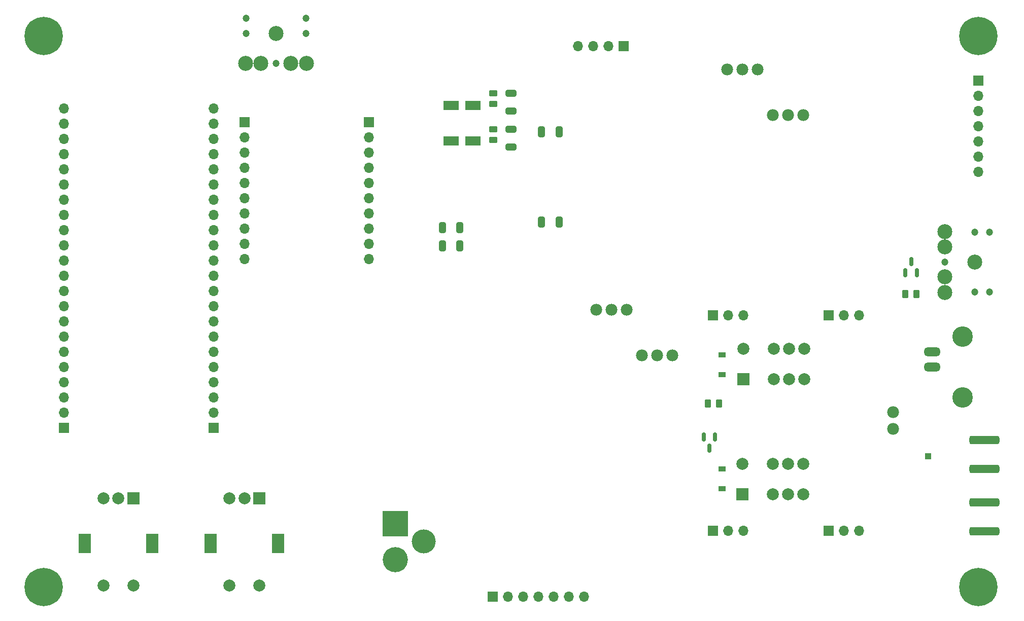
<source format=gbs>
G04 #@! TF.GenerationSoftware,KiCad,Pcbnew,6.0.11-2627ca5db0~126~ubuntu20.04.1*
G04 #@! TF.CreationDate,2023-06-25T12:50:40-04:00*
G04 #@! TF.ProjectId,SDR-Transceiver,5344522d-5472-4616-9e73-636569766572,rev?*
G04 #@! TF.SameCoordinates,Original*
G04 #@! TF.FileFunction,Soldermask,Bot*
G04 #@! TF.FilePolarity,Negative*
%FSLAX46Y46*%
G04 Gerber Fmt 4.6, Leading zero omitted, Abs format (unit mm)*
G04 Created by KiCad (PCBNEW 6.0.11-2627ca5db0~126~ubuntu20.04.1) date 2023-06-25 12:50:40*
%MOMM*%
%LPD*%
G01*
G04 APERTURE LIST*
G04 Aperture macros list*
%AMRoundRect*
0 Rectangle with rounded corners*
0 $1 Rounding radius*
0 $2 $3 $4 $5 $6 $7 $8 $9 X,Y pos of 4 corners*
0 Add a 4 corners polygon primitive as box body*
4,1,4,$2,$3,$4,$5,$6,$7,$8,$9,$2,$3,0*
0 Add four circle primitives for the rounded corners*
1,1,$1+$1,$2,$3*
1,1,$1+$1,$4,$5*
1,1,$1+$1,$6,$7*
1,1,$1+$1,$8,$9*
0 Add four rect primitives between the rounded corners*
20,1,$1+$1,$2,$3,$4,$5,0*
20,1,$1+$1,$4,$5,$6,$7,0*
20,1,$1+$1,$6,$7,$8,$9,0*
20,1,$1+$1,$8,$9,$2,$3,0*%
G04 Aperture macros list end*
%ADD10C,1.219200*%
%ADD11C,0.800000*%
%ADD12C,6.400000*%
%ADD13RoundRect,0.350000X-2.150000X-0.350000X2.150000X-0.350000X2.150000X0.350000X-2.150000X0.350000X0*%
%ADD14C,1.200000*%
%ADD15C,2.503200*%
%ADD16R,1.700000X1.700000*%
%ADD17O,1.700000X1.700000*%
%ADD18R,2.000000X2.000000*%
%ADD19C,2.000000*%
%ADD20C,1.981200*%
%ADD21R,4.200000X4.200000*%
%ADD22C,4.200000*%
%ADD23C,4.000000*%
%ADD24R,1.000000X1.000000*%
%ADD25R,2.000000X3.200000*%
%ADD26C,3.419200*%
%ADD27O,2.819200X1.511200*%
%ADD28RoundRect,0.250000X-0.325000X-0.650000X0.325000X-0.650000X0.325000X0.650000X-0.325000X0.650000X0*%
%ADD29RoundRect,0.150000X-0.150000X0.587500X-0.150000X-0.587500X0.150000X-0.587500X0.150000X0.587500X0*%
%ADD30RoundRect,0.250000X0.262500X0.450000X-0.262500X0.450000X-0.262500X-0.450000X0.262500X-0.450000X0*%
%ADD31RoundRect,0.150000X0.150000X-0.587500X0.150000X0.587500X-0.150000X0.587500X-0.150000X-0.587500X0*%
%ADD32RoundRect,0.250000X-1.050000X-0.550000X1.050000X-0.550000X1.050000X0.550000X-1.050000X0.550000X0*%
%ADD33R,1.200000X0.900000*%
%ADD34RoundRect,0.250000X-0.450000X0.262500X-0.450000X-0.262500X0.450000X-0.262500X0.450000X0.262500X0*%
%ADD35RoundRect,0.250000X-0.650000X0.325000X-0.650000X-0.325000X0.650000X-0.325000X0.650000X0.325000X0*%
%ADD36RoundRect,0.250000X-0.262500X-0.450000X0.262500X-0.450000X0.262500X0.450000X-0.262500X0.450000X0*%
G04 APERTURE END LIST*
D10*
X208963000Y-88210400D02*
G75*
G03*
X208963000Y-88210400I-609600J0D01*
G01*
X208963000Y-83210400D02*
G75*
G03*
X208963000Y-83210400I-609600J0D01*
G01*
X208963000Y-80610400D02*
G75*
G03*
X208963000Y-80610400I-609600J0D01*
G01*
X213963000Y-85710400D02*
G75*
G03*
X213963000Y-85710400I-609600J0D01*
G01*
X208963000Y-90810400D02*
G75*
G03*
X208963000Y-90810400I-609600J0D01*
G01*
X94894200Y-52500000D02*
G75*
G03*
X94894200Y-52500000I-609600J0D01*
G01*
X102494200Y-52500000D02*
G75*
G03*
X102494200Y-52500000I-609600J0D01*
G01*
X97394200Y-47500000D02*
G75*
G03*
X97394200Y-47500000I-609600J0D01*
G01*
X92294200Y-52500000D02*
G75*
G03*
X92294200Y-52500000I-609600J0D01*
G01*
X99894200Y-52500000D02*
G75*
G03*
X99894200Y-52500000I-609600J0D01*
G01*
D11*
X212302944Y-46302944D03*
X214000000Y-45600000D03*
X216400000Y-48000000D03*
X214000000Y-50400000D03*
D12*
X214000000Y-48000000D03*
D11*
X212302944Y-49697056D03*
X215697056Y-49697056D03*
X211600000Y-48000000D03*
X215697056Y-46302944D03*
D13*
X215016080Y-130662680D03*
X215023700Y-125834140D03*
D14*
X208353400Y-85710400D03*
X215853400Y-90710400D03*
X213353400Y-90710400D03*
X213353400Y-80710400D03*
X215853400Y-80710400D03*
D15*
X208353400Y-90810400D03*
X208353400Y-88210400D03*
X213353400Y-85710400D03*
X208353400Y-80610400D03*
X208353400Y-83210400D03*
D16*
X154813000Y-49657000D03*
D17*
X152273000Y-49657000D03*
X149733000Y-49657000D03*
X147193000Y-49657000D03*
D18*
X174627800Y-124475500D03*
D19*
X179707800Y-124475500D03*
X182247800Y-124475500D03*
X184787800Y-124475500D03*
X184787800Y-119395500D03*
X182247800Y-119395500D03*
X179707800Y-119395500D03*
X174627800Y-119395500D03*
D20*
X150217000Y-93716594D03*
X157837000Y-101336594D03*
X152757000Y-93716594D03*
X160377000Y-101336594D03*
X155297000Y-93716594D03*
X162917000Y-101336594D03*
D11*
X59697056Y-141697056D03*
X56302944Y-141697056D03*
X58000000Y-137600000D03*
X58000000Y-142400000D03*
D12*
X58000000Y-140000000D03*
D11*
X55600000Y-140000000D03*
X59697056Y-138302944D03*
X56302944Y-138302944D03*
X60400000Y-140000000D03*
D17*
X214000000Y-70674600D03*
X214000000Y-68134600D03*
X214000000Y-65594600D03*
X214000000Y-57974600D03*
X214000000Y-63054600D03*
X214000000Y-60514600D03*
D16*
X214000000Y-55434600D03*
D20*
X199773800Y-113553500D03*
X199773800Y-110759500D03*
D21*
X116713000Y-129413000D03*
D22*
X116713000Y-135413000D03*
D23*
X121413000Y-132413000D03*
D16*
X188994300Y-130625000D03*
D17*
X191534300Y-130625000D03*
X194074300Y-130625000D03*
D16*
X169690300Y-130625000D03*
D17*
X172230300Y-130625000D03*
X174770300Y-130625000D03*
D11*
X214000000Y-142400000D03*
X212302944Y-141697056D03*
X212302944Y-138302944D03*
X216400000Y-140000000D03*
X215697056Y-138302944D03*
D12*
X214000000Y-140000000D03*
D11*
X215697056Y-141697056D03*
X214000000Y-137600000D03*
X211600000Y-140000000D03*
X58000000Y-50400000D03*
X58000000Y-45600000D03*
D12*
X58000000Y-48000000D03*
D11*
X60400000Y-48000000D03*
X59697056Y-46302944D03*
X55600000Y-48000000D03*
X56302944Y-46302944D03*
X56302944Y-49697056D03*
X59697056Y-49697056D03*
D14*
X101784600Y-47500000D03*
X91784600Y-47500000D03*
X91784600Y-45000000D03*
X101784600Y-45000000D03*
X96784600Y-52500000D03*
D15*
X101884600Y-52500000D03*
X99284600Y-52500000D03*
X96784600Y-47500000D03*
X91684600Y-52500000D03*
X94284600Y-52500000D03*
D24*
X205615800Y-118125500D03*
D13*
X215016080Y-120248680D03*
X215023700Y-115420140D03*
D18*
X94000000Y-125222000D03*
D19*
X89000000Y-125222000D03*
X91500000Y-125222000D03*
D25*
X97100000Y-132722000D03*
X85900000Y-132722000D03*
D19*
X89000000Y-139722000D03*
X94000000Y-139722000D03*
D16*
X132969000Y-141605000D03*
D17*
X135509000Y-141605000D03*
X138049000Y-141605000D03*
X140589000Y-141605000D03*
X143129000Y-141605000D03*
X145669000Y-141605000D03*
X148209000Y-141605000D03*
D16*
X169690300Y-94625000D03*
D17*
X172230300Y-94625000D03*
X174770300Y-94625000D03*
D16*
X188994300Y-94625000D03*
D17*
X191534300Y-94625000D03*
X194074300Y-94625000D03*
D18*
X174770300Y-105293000D03*
D19*
X179850300Y-105293000D03*
X182390300Y-105293000D03*
X184930300Y-105293000D03*
X184930300Y-100213000D03*
X182390300Y-100213000D03*
X179850300Y-100213000D03*
X174770300Y-100213000D03*
D20*
X184785000Y-61134000D03*
X177165000Y-53514000D03*
X182245000Y-61134000D03*
X174625000Y-53514000D03*
X179705000Y-61134000D03*
X172085000Y-53514000D03*
D26*
X211328000Y-98171000D03*
X211328000Y-108331000D03*
D27*
X206248000Y-100711000D03*
X206248000Y-103251000D03*
D18*
X73000000Y-125222000D03*
D19*
X68000000Y-125222000D03*
X70500000Y-125222000D03*
D25*
X64900000Y-132722000D03*
X76100000Y-132722000D03*
D19*
X68000000Y-139722000D03*
X73000000Y-139722000D03*
D17*
X91500000Y-75080000D03*
X91500000Y-72540000D03*
X91500000Y-85240000D03*
X112250000Y-70000000D03*
X112250000Y-67460000D03*
X112250000Y-75080000D03*
X91500000Y-77620000D03*
X91500000Y-70000000D03*
X91500000Y-67460000D03*
X91500000Y-64920000D03*
D16*
X91500000Y-62380000D03*
X112250000Y-62380000D03*
D17*
X112250000Y-64920000D03*
X112250000Y-72540000D03*
X112250000Y-77620000D03*
X112250000Y-80160000D03*
X112250000Y-82700000D03*
X112250000Y-85240000D03*
X91500000Y-82700000D03*
X91500000Y-80160000D03*
D28*
X124525000Y-83000000D03*
X127475000Y-83000000D03*
D29*
X168153000Y-114935000D03*
X170053000Y-114935000D03*
X169103000Y-116810000D03*
D30*
X170706300Y-109347000D03*
X168881300Y-109347000D03*
D31*
X203704400Y-87488400D03*
X201804400Y-87488400D03*
X202754400Y-85613400D03*
D32*
X126000000Y-59525000D03*
X129600000Y-59525000D03*
D33*
X171214300Y-104521000D03*
X171214300Y-101221000D03*
D34*
X133000000Y-57525000D03*
X133000000Y-59350000D03*
D32*
X126000000Y-65525000D03*
X129600000Y-65525000D03*
D34*
X133000000Y-63525000D03*
X133000000Y-65350000D03*
D28*
X141050000Y-64000000D03*
X144000000Y-64000000D03*
X141050000Y-79000000D03*
X144000000Y-79000000D03*
D16*
X61375000Y-113410000D03*
D17*
X61375000Y-110870000D03*
X61375000Y-108330000D03*
X61375000Y-105790000D03*
X61375000Y-103250000D03*
X61375000Y-100710000D03*
X61375000Y-98170000D03*
X61375000Y-95630000D03*
X61375000Y-93090000D03*
X61375000Y-90550000D03*
X61375000Y-88010000D03*
X61375000Y-85470000D03*
X61375000Y-82930000D03*
X61375000Y-80390000D03*
X61375000Y-77850000D03*
X61375000Y-75310000D03*
X61375000Y-72770000D03*
X61375000Y-70230000D03*
X61375000Y-67690000D03*
X61375000Y-65150000D03*
X61375000Y-62610000D03*
X61375000Y-60070000D03*
X86375000Y-60070000D03*
X86375000Y-62610000D03*
X86375000Y-65150000D03*
X86375000Y-67690000D03*
X86375000Y-70230000D03*
X86375000Y-72770000D03*
X86375000Y-75310000D03*
X86375000Y-77850000D03*
X86375000Y-80390000D03*
X86375000Y-82930000D03*
X86375000Y-85470000D03*
X86375000Y-88010000D03*
X86375000Y-90550000D03*
X86375000Y-93090000D03*
X86375000Y-95630000D03*
X86375000Y-98170000D03*
X86375000Y-100710000D03*
X86375000Y-103250000D03*
X86375000Y-105790000D03*
X86375000Y-108330000D03*
X86375000Y-110870000D03*
D16*
X86375000Y-113410000D03*
D35*
X136000000Y-57525000D03*
X136000000Y-60475000D03*
D36*
X201804400Y-91044400D03*
X203629400Y-91044400D03*
D35*
X136000000Y-63525000D03*
X136000000Y-66475000D03*
D28*
X124525000Y-80000000D03*
X127475000Y-80000000D03*
D33*
X171214300Y-123571000D03*
X171214300Y-120271000D03*
M02*

</source>
